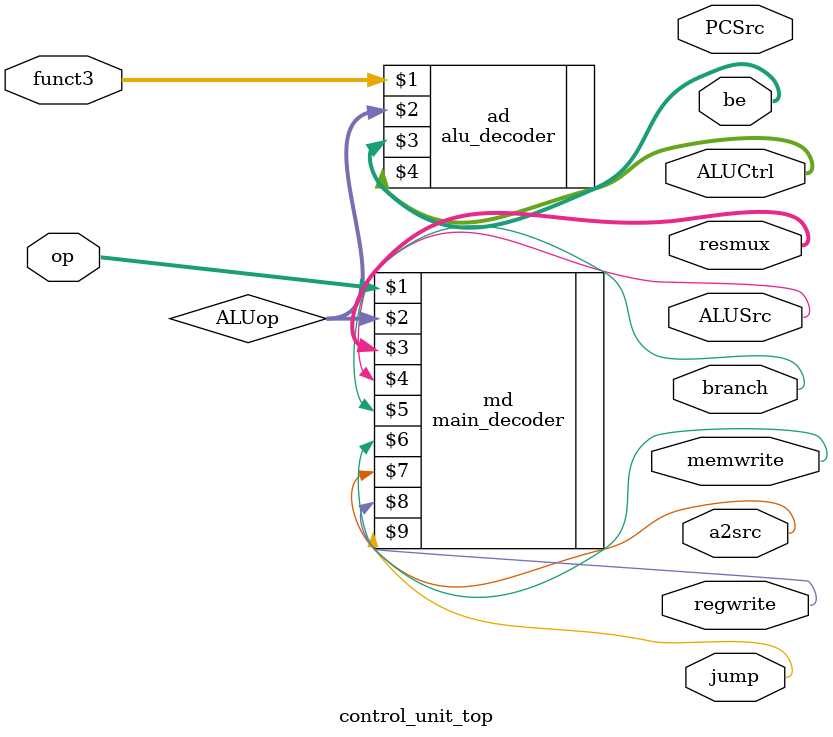
<source format=v>
`timescale 1ns / 1ps

module control_unit_top(
    funct3,op,
    ALUCtrl,ALUSrc, memwrite, a2src,
    regwrite,resmux,PCSrc,be,
    branch,jump
    );
input [2:0]funct3;
input [3:0]op;
output [3:0]ALUCtrl;
output ALUSrc, memwrite, a2src, regwrite, PCSrc;
output [1:0]resmux,be;

wire [1:0]ALUop;
output branch,jump;

main_decoder md(op,ALUop,resmux, ALUSrc,branch, memwrite,a2src, regwrite, jump);

alu_decoder ad(funct3, ALUop, be, ALUCtrl);


endmodule
</source>
